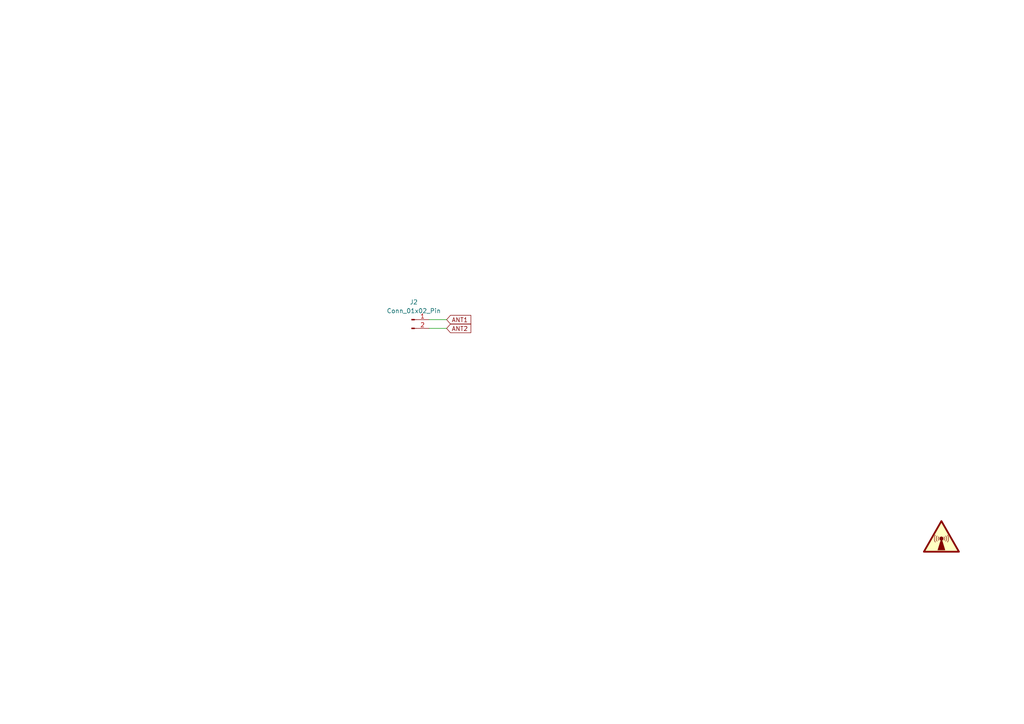
<source format=kicad_sch>
(kicad_sch (version 20250114) (generator "eeschema") (generator_version "9.0")
  (paper "A4")
  (lib_symbols
    (symbol "Connector:Conn_01x02_Pin" (pin_names (offset 1.016) (hide yes))
      (property "Reference" "J" (at 0 2.54 0))
      (property "Value" "Conn_01x02_Pin" (at 0 -5.08 0))
      (symbol "Conn_01x02_Pin_1_1"
        (rectangle (start 0.8636 0.127) (end 0 -0.127) (stroke (width 0.1524)) (fill (type outline)))
        (rectangle (start 0.8636 -2.413) (end 0 -2.667) (stroke (width 0.1524)) (fill (type outline)))
        (polyline (pts (xy 1.27 0) (xy 0.8636 0)) (stroke (width 0.1524)))
        (polyline (pts (xy 1.27 -2.54) (xy 0.8636 -2.54)) (stroke (width 0.1524)))
        (pin passive line (at 5.08 0 180) (length 3.81) (name "Pin_1") (number "1"))
        (pin passive line (at 5.08 -2.54 180) (length 3.81) (name "Pin_2") (number "2"))
      )
    )
    (symbol "Graphic:SYM_Radio_Waves_Large" (in_bom no) (on_board no)
      (symbol "SYM_Radio_Waves_Large_0_1"
        (polyline (pts (xy -5.08 -5.08) (xy 5.08 -5.08) (xy 0 3.81) (xy -5.08 -5.08)) (stroke (width 0.508)) (fill (type background)))
        (polyline (pts (xy -1.016 -4.572) (xy 1.016 -4.572) (xy 0 -1.27) (xy -1.016 -4.572)) (fill (type outline)))
        (arc (start -1.27 -2.032) (mid -1.4811 -1.27) (end -1.27 -0.508))
        (arc (start 0.762 -0.762) (mid 0.9158 -1.27) (end 0.762 -1.778))
        (arc (start 1.778 -0.254) (mid 2.0478 -1.27) (end 1.778 -2.286))
        (arc (start -1.778 -2.286) (mid -2.0478 -1.27) (end -1.778 -0.254))
        (arc (start -0.762 -1.778) (mid -0.9158 -1.27) (end -0.762 -0.762))
        (circle (center 0 -1.27) (radius 0.508) (fill (type outline)))
        (arc (start 1.27 -0.508) (mid 1.4811 -1.27) (end 1.27 -2.032))
      )
    )
  )
  (wire (pts (xy 124.46 95.25) (xy 129.54 95.25)))
  (wire (pts (xy 124.46 92.71) (xy 129.54 92.71)))
  (global_label "ANT1" (shape input) (at 129.54 92.71 0) (property "Intersheetrefs" "${INTERSHEET_REFS}" (effects (hide yes))))
  (global_label "ANT2" (shape input) (at 129.54 95.25 0) (property "Intersheetrefs" "${INTERSHEET_REFS}" (effects (hide yes))))
  (symbol (lib_id "Graphic:SYM_Radio_Waves_Large") (at 273.05 154.94 0) (unit 1) (in_bom no) (on_board no)
    (property "Reference" "#SYM2" (effects (hide yes)))
    (property "Value" "SYM_Radio_Waves_Large" (effects (hide yes)))
    (property "Description" "Radio waves warning symbol, large" (effects (hide yes)))
    (property "Sim.Enable" "0" (effects (hide yes)))
  )
  (symbol (lib_id "Connector:Conn_01x02_Pin") (at 119.38 92.71 0) (unit 1)
    (property "Reference" "J2" (at 120.015 87.63 0))
    (property "Value" "Conn_01x02_Pin" (at 120.015 90.17 0))
    (property "Footprint" "Connector_PinSocket_2.54mm:PinSocket_1x02_P2.54mm_Vertical" (effects (hide yes)))
    (property "Description" "Generic connector, single row, 01x02, script generated" (effects (hide yes)))
  )
)
</source>
